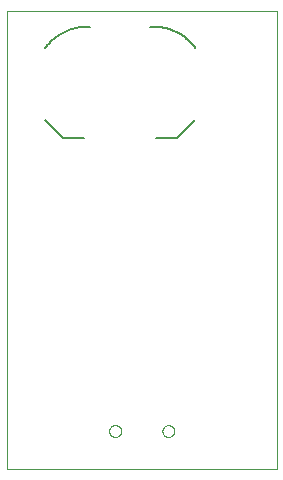
<source format=gbo>
G75*
%MOIN*%
%OFA0B0*%
%FSLAX25Y25*%
%IPPOS*%
%LPD*%
%AMOC8*
5,1,8,0,0,1.08239X$1,22.5*
%
%ADD10C,0.00000*%
%ADD11C,0.00500*%
D10*
X0022622Y0058041D02*
X0022622Y0210541D01*
X0112622Y0210541D01*
X0112622Y0058041D01*
X0022622Y0058041D01*
X0056795Y0070541D02*
X0056797Y0070629D01*
X0056803Y0070717D01*
X0056813Y0070805D01*
X0056827Y0070893D01*
X0056844Y0070979D01*
X0056866Y0071065D01*
X0056891Y0071149D01*
X0056921Y0071233D01*
X0056953Y0071315D01*
X0056990Y0071395D01*
X0057030Y0071474D01*
X0057074Y0071551D01*
X0057121Y0071626D01*
X0057171Y0071698D01*
X0057225Y0071769D01*
X0057281Y0071836D01*
X0057341Y0071902D01*
X0057403Y0071964D01*
X0057469Y0072024D01*
X0057536Y0072080D01*
X0057607Y0072134D01*
X0057679Y0072184D01*
X0057754Y0072231D01*
X0057831Y0072275D01*
X0057910Y0072315D01*
X0057990Y0072352D01*
X0058072Y0072384D01*
X0058156Y0072414D01*
X0058240Y0072439D01*
X0058326Y0072461D01*
X0058412Y0072478D01*
X0058500Y0072492D01*
X0058588Y0072502D01*
X0058676Y0072508D01*
X0058764Y0072510D01*
X0058852Y0072508D01*
X0058940Y0072502D01*
X0059028Y0072492D01*
X0059116Y0072478D01*
X0059202Y0072461D01*
X0059288Y0072439D01*
X0059372Y0072414D01*
X0059456Y0072384D01*
X0059538Y0072352D01*
X0059618Y0072315D01*
X0059697Y0072275D01*
X0059774Y0072231D01*
X0059849Y0072184D01*
X0059921Y0072134D01*
X0059992Y0072080D01*
X0060059Y0072024D01*
X0060125Y0071964D01*
X0060187Y0071902D01*
X0060247Y0071836D01*
X0060303Y0071769D01*
X0060357Y0071698D01*
X0060407Y0071626D01*
X0060454Y0071551D01*
X0060498Y0071474D01*
X0060538Y0071395D01*
X0060575Y0071315D01*
X0060607Y0071233D01*
X0060637Y0071149D01*
X0060662Y0071065D01*
X0060684Y0070979D01*
X0060701Y0070893D01*
X0060715Y0070805D01*
X0060725Y0070717D01*
X0060731Y0070629D01*
X0060733Y0070541D01*
X0060731Y0070453D01*
X0060725Y0070365D01*
X0060715Y0070277D01*
X0060701Y0070189D01*
X0060684Y0070103D01*
X0060662Y0070017D01*
X0060637Y0069933D01*
X0060607Y0069849D01*
X0060575Y0069767D01*
X0060538Y0069687D01*
X0060498Y0069608D01*
X0060454Y0069531D01*
X0060407Y0069456D01*
X0060357Y0069384D01*
X0060303Y0069313D01*
X0060247Y0069246D01*
X0060187Y0069180D01*
X0060125Y0069118D01*
X0060059Y0069058D01*
X0059992Y0069002D01*
X0059921Y0068948D01*
X0059849Y0068898D01*
X0059774Y0068851D01*
X0059697Y0068807D01*
X0059618Y0068767D01*
X0059538Y0068730D01*
X0059456Y0068698D01*
X0059372Y0068668D01*
X0059288Y0068643D01*
X0059202Y0068621D01*
X0059116Y0068604D01*
X0059028Y0068590D01*
X0058940Y0068580D01*
X0058852Y0068574D01*
X0058764Y0068572D01*
X0058676Y0068574D01*
X0058588Y0068580D01*
X0058500Y0068590D01*
X0058412Y0068604D01*
X0058326Y0068621D01*
X0058240Y0068643D01*
X0058156Y0068668D01*
X0058072Y0068698D01*
X0057990Y0068730D01*
X0057910Y0068767D01*
X0057831Y0068807D01*
X0057754Y0068851D01*
X0057679Y0068898D01*
X0057607Y0068948D01*
X0057536Y0069002D01*
X0057469Y0069058D01*
X0057403Y0069118D01*
X0057341Y0069180D01*
X0057281Y0069246D01*
X0057225Y0069313D01*
X0057171Y0069384D01*
X0057121Y0069456D01*
X0057074Y0069531D01*
X0057030Y0069608D01*
X0056990Y0069687D01*
X0056953Y0069767D01*
X0056921Y0069849D01*
X0056891Y0069933D01*
X0056866Y0070017D01*
X0056844Y0070103D01*
X0056827Y0070189D01*
X0056813Y0070277D01*
X0056803Y0070365D01*
X0056797Y0070453D01*
X0056795Y0070541D01*
X0074511Y0070541D02*
X0074513Y0070629D01*
X0074519Y0070717D01*
X0074529Y0070805D01*
X0074543Y0070893D01*
X0074560Y0070979D01*
X0074582Y0071065D01*
X0074607Y0071149D01*
X0074637Y0071233D01*
X0074669Y0071315D01*
X0074706Y0071395D01*
X0074746Y0071474D01*
X0074790Y0071551D01*
X0074837Y0071626D01*
X0074887Y0071698D01*
X0074941Y0071769D01*
X0074997Y0071836D01*
X0075057Y0071902D01*
X0075119Y0071964D01*
X0075185Y0072024D01*
X0075252Y0072080D01*
X0075323Y0072134D01*
X0075395Y0072184D01*
X0075470Y0072231D01*
X0075547Y0072275D01*
X0075626Y0072315D01*
X0075706Y0072352D01*
X0075788Y0072384D01*
X0075872Y0072414D01*
X0075956Y0072439D01*
X0076042Y0072461D01*
X0076128Y0072478D01*
X0076216Y0072492D01*
X0076304Y0072502D01*
X0076392Y0072508D01*
X0076480Y0072510D01*
X0076568Y0072508D01*
X0076656Y0072502D01*
X0076744Y0072492D01*
X0076832Y0072478D01*
X0076918Y0072461D01*
X0077004Y0072439D01*
X0077088Y0072414D01*
X0077172Y0072384D01*
X0077254Y0072352D01*
X0077334Y0072315D01*
X0077413Y0072275D01*
X0077490Y0072231D01*
X0077565Y0072184D01*
X0077637Y0072134D01*
X0077708Y0072080D01*
X0077775Y0072024D01*
X0077841Y0071964D01*
X0077903Y0071902D01*
X0077963Y0071836D01*
X0078019Y0071769D01*
X0078073Y0071698D01*
X0078123Y0071626D01*
X0078170Y0071551D01*
X0078214Y0071474D01*
X0078254Y0071395D01*
X0078291Y0071315D01*
X0078323Y0071233D01*
X0078353Y0071149D01*
X0078378Y0071065D01*
X0078400Y0070979D01*
X0078417Y0070893D01*
X0078431Y0070805D01*
X0078441Y0070717D01*
X0078447Y0070629D01*
X0078449Y0070541D01*
X0078447Y0070453D01*
X0078441Y0070365D01*
X0078431Y0070277D01*
X0078417Y0070189D01*
X0078400Y0070103D01*
X0078378Y0070017D01*
X0078353Y0069933D01*
X0078323Y0069849D01*
X0078291Y0069767D01*
X0078254Y0069687D01*
X0078214Y0069608D01*
X0078170Y0069531D01*
X0078123Y0069456D01*
X0078073Y0069384D01*
X0078019Y0069313D01*
X0077963Y0069246D01*
X0077903Y0069180D01*
X0077841Y0069118D01*
X0077775Y0069058D01*
X0077708Y0069002D01*
X0077637Y0068948D01*
X0077565Y0068898D01*
X0077490Y0068851D01*
X0077413Y0068807D01*
X0077334Y0068767D01*
X0077254Y0068730D01*
X0077172Y0068698D01*
X0077088Y0068668D01*
X0077004Y0068643D01*
X0076918Y0068621D01*
X0076832Y0068604D01*
X0076744Y0068590D01*
X0076656Y0068580D01*
X0076568Y0068574D01*
X0076480Y0068572D01*
X0076392Y0068574D01*
X0076304Y0068580D01*
X0076216Y0068590D01*
X0076128Y0068604D01*
X0076042Y0068621D01*
X0075956Y0068643D01*
X0075872Y0068668D01*
X0075788Y0068698D01*
X0075706Y0068730D01*
X0075626Y0068767D01*
X0075547Y0068807D01*
X0075470Y0068851D01*
X0075395Y0068898D01*
X0075323Y0068948D01*
X0075252Y0069002D01*
X0075185Y0069058D01*
X0075119Y0069118D01*
X0075057Y0069180D01*
X0074997Y0069246D01*
X0074941Y0069313D01*
X0074887Y0069384D01*
X0074837Y0069456D01*
X0074790Y0069531D01*
X0074746Y0069608D01*
X0074706Y0069687D01*
X0074669Y0069767D01*
X0074637Y0069849D01*
X0074607Y0069933D01*
X0074582Y0070017D01*
X0074560Y0070103D01*
X0074543Y0070189D01*
X0074529Y0070277D01*
X0074519Y0070365D01*
X0074513Y0070453D01*
X0074511Y0070541D01*
D11*
X0072435Y0168166D02*
X0079435Y0168166D01*
X0085435Y0174166D01*
X0085435Y0198166D02*
X0085208Y0198489D01*
X0084973Y0198806D01*
X0084731Y0199118D01*
X0084481Y0199423D01*
X0084224Y0199723D01*
X0083960Y0200016D01*
X0083688Y0200303D01*
X0083410Y0200583D01*
X0083125Y0200856D01*
X0082834Y0201122D01*
X0082536Y0201381D01*
X0082232Y0201632D01*
X0081922Y0201877D01*
X0081606Y0202113D01*
X0081284Y0202342D01*
X0080957Y0202563D01*
X0080625Y0202776D01*
X0080288Y0202981D01*
X0079945Y0203178D01*
X0079599Y0203366D01*
X0079247Y0203546D01*
X0078892Y0203717D01*
X0078532Y0203880D01*
X0078169Y0204033D01*
X0077801Y0204178D01*
X0077431Y0204314D01*
X0077057Y0204441D01*
X0076680Y0204559D01*
X0076301Y0204668D01*
X0075919Y0204767D01*
X0075535Y0204857D01*
X0075148Y0204938D01*
X0074760Y0205009D01*
X0074371Y0205071D01*
X0073979Y0205124D01*
X0073587Y0205167D01*
X0073194Y0205200D01*
X0072800Y0205224D01*
X0072405Y0205238D01*
X0072011Y0205243D01*
X0071616Y0205238D01*
X0071222Y0205224D01*
X0070828Y0205200D01*
X0070434Y0205166D01*
X0050435Y0205166D02*
X0050041Y0205200D01*
X0049647Y0205224D01*
X0049253Y0205238D01*
X0048858Y0205243D01*
X0048464Y0205238D01*
X0048069Y0205224D01*
X0047675Y0205200D01*
X0047282Y0205167D01*
X0046890Y0205124D01*
X0046498Y0205071D01*
X0046109Y0205009D01*
X0045721Y0204938D01*
X0045334Y0204857D01*
X0044950Y0204767D01*
X0044568Y0204668D01*
X0044189Y0204559D01*
X0043812Y0204441D01*
X0043438Y0204314D01*
X0043068Y0204178D01*
X0042700Y0204033D01*
X0042337Y0203880D01*
X0041977Y0203717D01*
X0041622Y0203546D01*
X0041270Y0203366D01*
X0040924Y0203178D01*
X0040581Y0202981D01*
X0040244Y0202776D01*
X0039912Y0202563D01*
X0039585Y0202342D01*
X0039263Y0202113D01*
X0038947Y0201877D01*
X0038637Y0201632D01*
X0038333Y0201381D01*
X0038035Y0201122D01*
X0037744Y0200856D01*
X0037459Y0200583D01*
X0037181Y0200303D01*
X0036909Y0200016D01*
X0036645Y0199723D01*
X0036388Y0199423D01*
X0036138Y0199118D01*
X0035896Y0198806D01*
X0035661Y0198489D01*
X0035434Y0198166D01*
X0035435Y0174166D02*
X0041435Y0168166D01*
X0048435Y0168166D01*
M02*

</source>
